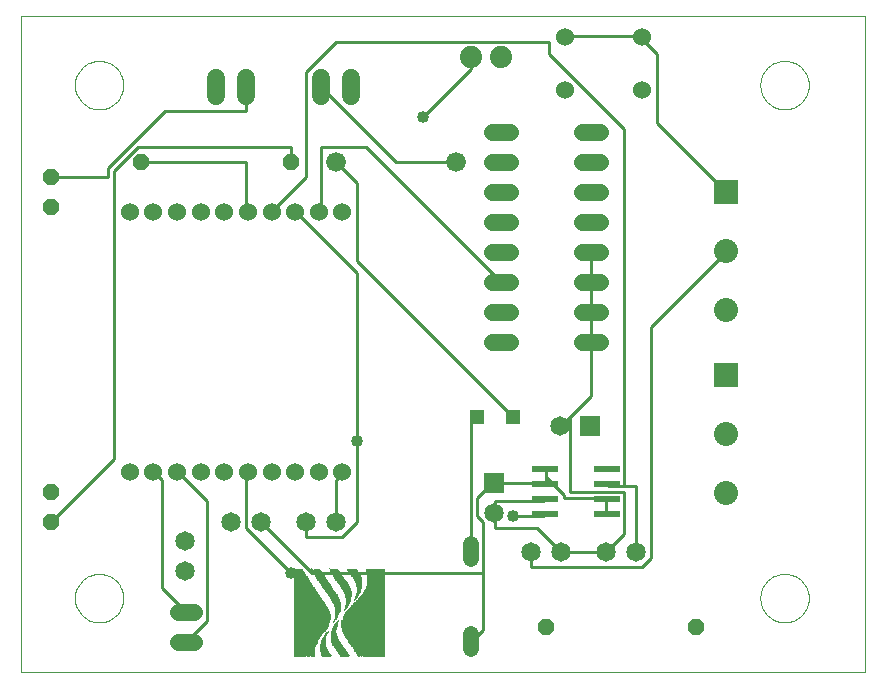
<source format=gtl>
G75*
G70*
%OFA0B0*%
%FSLAX24Y24*%
%IPPOS*%
%LPD*%
%AMOC8*
5,1,8,0,0,1.08239X$1,22.5*
%
%ADD10C,0.0000*%
%ADD11R,0.0020X0.2913*%
%ADD12R,0.0020X0.2402*%
%ADD13R,0.0020X0.0177*%
%ADD14R,0.0020X0.2362*%
%ADD15R,0.0020X0.0098*%
%ADD16R,0.0020X0.2303*%
%ADD17R,0.0020X0.0039*%
%ADD18R,0.0020X0.2264*%
%ADD19R,0.0020X0.2224*%
%ADD20R,0.0020X0.2185*%
%ADD21R,0.0020X0.2146*%
%ADD22R,0.0020X0.2106*%
%ADD23R,0.0020X0.2087*%
%ADD24R,0.0020X0.2067*%
%ADD25R,0.0020X0.0295*%
%ADD26R,0.0020X0.2047*%
%ADD27R,0.0020X0.0413*%
%ADD28R,0.0020X0.2028*%
%ADD29R,0.0020X0.0512*%
%ADD30R,0.0020X0.2008*%
%ADD31R,0.0020X0.0610*%
%ADD32R,0.0020X0.1969*%
%ADD33R,0.0020X0.0669*%
%ADD34R,0.0020X0.1949*%
%ADD35R,0.0020X0.0748*%
%ADD36R,0.0020X0.1929*%
%ADD37R,0.0020X0.0827*%
%ADD38R,0.0020X0.1890*%
%ADD39R,0.0020X0.0866*%
%ADD40R,0.0020X0.1831*%
%ADD41R,0.0020X0.0925*%
%ADD42R,0.0020X0.1791*%
%ADD43R,0.0020X0.0197*%
%ADD44R,0.0020X0.0591*%
%ADD45R,0.0020X0.1732*%
%ADD46R,0.0020X0.0138*%
%ADD47R,0.0020X0.1693*%
%ADD48R,0.0020X0.0118*%
%ADD49R,0.0020X0.0453*%
%ADD50R,0.0020X0.1634*%
%ADD51R,0.0020X0.0059*%
%ADD52R,0.0020X0.1594*%
%ADD53R,0.0020X0.0374*%
%ADD54R,0.0020X0.1535*%
%ADD55R,0.0020X0.0335*%
%ADD56R,0.0020X0.1496*%
%ADD57R,0.0020X0.1417*%
%ADD58R,0.0020X0.0276*%
%ADD59R,0.0020X0.1378*%
%ADD60R,0.0020X0.0236*%
%ADD61R,0.0020X0.1319*%
%ADD62R,0.0020X0.1280*%
%ADD63R,0.0020X0.0354*%
%ADD64R,0.0020X0.1220*%
%ADD65R,0.0020X0.0492*%
%ADD66R,0.0020X0.0020*%
%ADD67R,0.0020X0.1181*%
%ADD68R,0.0020X0.0571*%
%ADD69R,0.0020X0.1122*%
%ADD70R,0.0020X0.0650*%
%ADD71R,0.0020X0.0079*%
%ADD72R,0.0020X0.1083*%
%ADD73R,0.0020X0.0728*%
%ADD74R,0.0020X0.1024*%
%ADD75R,0.0020X0.0787*%
%ADD76R,0.0020X0.0984*%
%ADD77R,0.0020X0.0906*%
%ADD78R,0.0020X0.0157*%
%ADD79R,0.0020X0.0807*%
%ADD80R,0.0020X0.0531*%
%ADD81R,0.0020X0.0256*%
%ADD82R,0.0020X0.0472*%
%ADD83R,0.0020X0.0315*%
%ADD84R,0.0020X0.0394*%
%ADD85R,0.0020X0.0433*%
%ADD86R,0.0020X0.0551*%
%ADD87R,0.0020X0.0630*%
%ADD88R,0.0020X0.0709*%
%ADD89R,0.0020X0.0846*%
%ADD90R,0.0020X0.0886*%
%ADD91R,0.0020X0.0768*%
%ADD92R,0.0020X0.0217*%
%ADD93R,0.0020X0.0945*%
%ADD94R,0.0020X0.0689*%
%ADD95R,0.0020X0.1004*%
%ADD96R,0.0020X0.1043*%
%ADD97R,0.0020X0.1102*%
%ADD98R,0.0020X0.1161*%
%ADD99R,0.0020X0.1260*%
%ADD100R,0.0020X0.1437*%
%ADD101R,0.0020X0.1555*%
%ADD102R,0.0020X0.1713*%
%ADD103R,0.0020X0.1870*%
%ADD104R,0.0020X0.2323*%
%ADD105R,0.0020X0.2382*%
%ADD106R,0.0020X0.2421*%
%ADD107R,0.0020X0.2461*%
%ADD108R,0.0020X0.2480*%
%ADD109R,0.0020X0.2520*%
%ADD110R,0.0020X0.2559*%
%ADD111R,0.0020X0.2579*%
%ADD112R,0.0020X0.2618*%
%ADD113R,0.0020X0.2638*%
%ADD114R,0.0020X0.2677*%
%ADD115R,0.0020X0.2697*%
%ADD116R,0.0020X0.2736*%
%ADD117R,0.0020X0.2756*%
%ADD118R,0.0020X0.2795*%
%ADD119R,0.0020X0.2815*%
%ADD120R,0.0020X0.2854*%
%ADD121R,0.0020X0.2894*%
%ADD122C,0.0600*%
%ADD123R,0.0870X0.0240*%
%ADD124R,0.0650X0.0650*%
%ADD125C,0.0650*%
%ADD126C,0.0520*%
%ADD127C,0.0740*%
%ADD128OC8,0.0520*%
%ADD129OC8,0.0560*%
%ADD130C,0.0560*%
%ADD131R,0.0800X0.0800*%
%ADD132C,0.0800*%
%ADD133C,0.0660*%
%ADD134R,0.0515X0.0515*%
%ADD135C,0.0582*%
%ADD136C,0.0594*%
%ADD137C,0.0100*%
%ADD138C,0.0400*%
D10*
X000101Y000101D02*
X000101Y021947D01*
X028221Y021947D01*
X028221Y000101D01*
X000101Y000101D01*
X001894Y002551D02*
X001896Y002607D01*
X001902Y002663D01*
X001912Y002719D01*
X001925Y002773D01*
X001943Y002827D01*
X001964Y002879D01*
X001988Y002930D01*
X002017Y002979D01*
X002048Y003025D01*
X002083Y003070D01*
X002120Y003112D01*
X002161Y003151D01*
X002204Y003187D01*
X002250Y003220D01*
X002297Y003250D01*
X002347Y003276D01*
X002399Y003299D01*
X002452Y003319D01*
X002506Y003334D01*
X002561Y003346D01*
X002617Y003354D01*
X002673Y003358D01*
X002729Y003358D01*
X002785Y003354D01*
X002841Y003346D01*
X002896Y003334D01*
X002950Y003319D01*
X003003Y003299D01*
X003055Y003276D01*
X003104Y003250D01*
X003152Y003220D01*
X003198Y003187D01*
X003241Y003151D01*
X003282Y003112D01*
X003319Y003070D01*
X003354Y003025D01*
X003385Y002979D01*
X003414Y002930D01*
X003438Y002879D01*
X003459Y002827D01*
X003477Y002773D01*
X003490Y002719D01*
X003500Y002663D01*
X003506Y002607D01*
X003508Y002551D01*
X003506Y002495D01*
X003500Y002439D01*
X003490Y002383D01*
X003477Y002329D01*
X003459Y002275D01*
X003438Y002223D01*
X003414Y002172D01*
X003385Y002123D01*
X003354Y002077D01*
X003319Y002032D01*
X003282Y001990D01*
X003241Y001951D01*
X003198Y001915D01*
X003152Y001882D01*
X003105Y001852D01*
X003055Y001826D01*
X003003Y001803D01*
X002950Y001783D01*
X002896Y001768D01*
X002841Y001756D01*
X002785Y001748D01*
X002729Y001744D01*
X002673Y001744D01*
X002617Y001748D01*
X002561Y001756D01*
X002506Y001768D01*
X002452Y001783D01*
X002399Y001803D01*
X002347Y001826D01*
X002297Y001852D01*
X002250Y001882D01*
X002204Y001915D01*
X002161Y001951D01*
X002120Y001990D01*
X002083Y002032D01*
X002048Y002077D01*
X002017Y002123D01*
X001988Y002172D01*
X001964Y002223D01*
X001943Y002275D01*
X001925Y002329D01*
X001912Y002383D01*
X001902Y002439D01*
X001896Y002495D01*
X001894Y002551D01*
X001894Y019651D02*
X001896Y019707D01*
X001902Y019763D01*
X001912Y019819D01*
X001925Y019873D01*
X001943Y019927D01*
X001964Y019979D01*
X001988Y020030D01*
X002017Y020079D01*
X002048Y020125D01*
X002083Y020170D01*
X002120Y020212D01*
X002161Y020251D01*
X002204Y020287D01*
X002250Y020320D01*
X002297Y020350D01*
X002347Y020376D01*
X002399Y020399D01*
X002452Y020419D01*
X002506Y020434D01*
X002561Y020446D01*
X002617Y020454D01*
X002673Y020458D01*
X002729Y020458D01*
X002785Y020454D01*
X002841Y020446D01*
X002896Y020434D01*
X002950Y020419D01*
X003003Y020399D01*
X003055Y020376D01*
X003104Y020350D01*
X003152Y020320D01*
X003198Y020287D01*
X003241Y020251D01*
X003282Y020212D01*
X003319Y020170D01*
X003354Y020125D01*
X003385Y020079D01*
X003414Y020030D01*
X003438Y019979D01*
X003459Y019927D01*
X003477Y019873D01*
X003490Y019819D01*
X003500Y019763D01*
X003506Y019707D01*
X003508Y019651D01*
X003506Y019595D01*
X003500Y019539D01*
X003490Y019483D01*
X003477Y019429D01*
X003459Y019375D01*
X003438Y019323D01*
X003414Y019272D01*
X003385Y019223D01*
X003354Y019177D01*
X003319Y019132D01*
X003282Y019090D01*
X003241Y019051D01*
X003198Y019015D01*
X003152Y018982D01*
X003105Y018952D01*
X003055Y018926D01*
X003003Y018903D01*
X002950Y018883D01*
X002896Y018868D01*
X002841Y018856D01*
X002785Y018848D01*
X002729Y018844D01*
X002673Y018844D01*
X002617Y018848D01*
X002561Y018856D01*
X002506Y018868D01*
X002452Y018883D01*
X002399Y018903D01*
X002347Y018926D01*
X002297Y018952D01*
X002250Y018982D01*
X002204Y019015D01*
X002161Y019051D01*
X002120Y019090D01*
X002083Y019132D01*
X002048Y019177D01*
X002017Y019223D01*
X001988Y019272D01*
X001964Y019323D01*
X001943Y019375D01*
X001925Y019429D01*
X001912Y019483D01*
X001902Y019539D01*
X001896Y019595D01*
X001894Y019651D01*
X024744Y019651D02*
X024746Y019707D01*
X024752Y019763D01*
X024762Y019819D01*
X024775Y019873D01*
X024793Y019927D01*
X024814Y019979D01*
X024838Y020030D01*
X024867Y020079D01*
X024898Y020125D01*
X024933Y020170D01*
X024970Y020212D01*
X025011Y020251D01*
X025054Y020287D01*
X025100Y020320D01*
X025147Y020350D01*
X025197Y020376D01*
X025249Y020399D01*
X025302Y020419D01*
X025356Y020434D01*
X025411Y020446D01*
X025467Y020454D01*
X025523Y020458D01*
X025579Y020458D01*
X025635Y020454D01*
X025691Y020446D01*
X025746Y020434D01*
X025800Y020419D01*
X025853Y020399D01*
X025905Y020376D01*
X025954Y020350D01*
X026002Y020320D01*
X026048Y020287D01*
X026091Y020251D01*
X026132Y020212D01*
X026169Y020170D01*
X026204Y020125D01*
X026235Y020079D01*
X026264Y020030D01*
X026288Y019979D01*
X026309Y019927D01*
X026327Y019873D01*
X026340Y019819D01*
X026350Y019763D01*
X026356Y019707D01*
X026358Y019651D01*
X026356Y019595D01*
X026350Y019539D01*
X026340Y019483D01*
X026327Y019429D01*
X026309Y019375D01*
X026288Y019323D01*
X026264Y019272D01*
X026235Y019223D01*
X026204Y019177D01*
X026169Y019132D01*
X026132Y019090D01*
X026091Y019051D01*
X026048Y019015D01*
X026002Y018982D01*
X025955Y018952D01*
X025905Y018926D01*
X025853Y018903D01*
X025800Y018883D01*
X025746Y018868D01*
X025691Y018856D01*
X025635Y018848D01*
X025579Y018844D01*
X025523Y018844D01*
X025467Y018848D01*
X025411Y018856D01*
X025356Y018868D01*
X025302Y018883D01*
X025249Y018903D01*
X025197Y018926D01*
X025147Y018952D01*
X025100Y018982D01*
X025054Y019015D01*
X025011Y019051D01*
X024970Y019090D01*
X024933Y019132D01*
X024898Y019177D01*
X024867Y019223D01*
X024838Y019272D01*
X024814Y019323D01*
X024793Y019375D01*
X024775Y019429D01*
X024762Y019483D01*
X024752Y019539D01*
X024746Y019595D01*
X024744Y019651D01*
X024744Y002551D02*
X024746Y002607D01*
X024752Y002663D01*
X024762Y002719D01*
X024775Y002773D01*
X024793Y002827D01*
X024814Y002879D01*
X024838Y002930D01*
X024867Y002979D01*
X024898Y003025D01*
X024933Y003070D01*
X024970Y003112D01*
X025011Y003151D01*
X025054Y003187D01*
X025100Y003220D01*
X025147Y003250D01*
X025197Y003276D01*
X025249Y003299D01*
X025302Y003319D01*
X025356Y003334D01*
X025411Y003346D01*
X025467Y003354D01*
X025523Y003358D01*
X025579Y003358D01*
X025635Y003354D01*
X025691Y003346D01*
X025746Y003334D01*
X025800Y003319D01*
X025853Y003299D01*
X025905Y003276D01*
X025954Y003250D01*
X026002Y003220D01*
X026048Y003187D01*
X026091Y003151D01*
X026132Y003112D01*
X026169Y003070D01*
X026204Y003025D01*
X026235Y002979D01*
X026264Y002930D01*
X026288Y002879D01*
X026309Y002827D01*
X026327Y002773D01*
X026340Y002719D01*
X026350Y002663D01*
X026356Y002607D01*
X026358Y002551D01*
X026356Y002495D01*
X026350Y002439D01*
X026340Y002383D01*
X026327Y002329D01*
X026309Y002275D01*
X026288Y002223D01*
X026264Y002172D01*
X026235Y002123D01*
X026204Y002077D01*
X026169Y002032D01*
X026132Y001990D01*
X026091Y001951D01*
X026048Y001915D01*
X026002Y001882D01*
X025955Y001852D01*
X025905Y001826D01*
X025853Y001803D01*
X025800Y001783D01*
X025746Y001768D01*
X025691Y001756D01*
X025635Y001748D01*
X025579Y001744D01*
X025523Y001744D01*
X025467Y001748D01*
X025411Y001756D01*
X025356Y001768D01*
X025302Y001783D01*
X025249Y001803D01*
X025197Y001826D01*
X025147Y001852D01*
X025100Y001882D01*
X025054Y001915D01*
X025011Y001951D01*
X024970Y001990D01*
X024933Y002032D01*
X024898Y002077D01*
X024867Y002123D01*
X024838Y002172D01*
X024814Y002223D01*
X024793Y002275D01*
X024775Y002329D01*
X024762Y002383D01*
X024752Y002439D01*
X024746Y002495D01*
X024744Y002551D01*
D11*
X012227Y002059D03*
X012207Y002059D03*
X012187Y002059D03*
X012168Y002059D03*
X012148Y002059D03*
X012128Y002059D03*
X012109Y002059D03*
X012089Y002059D03*
X012069Y002059D03*
X012050Y002059D03*
X012030Y002059D03*
X012010Y002059D03*
X011991Y002059D03*
X011971Y002059D03*
X011951Y002059D03*
X011931Y002059D03*
X011912Y002059D03*
X011892Y002059D03*
X011872Y002059D03*
X011853Y002059D03*
X011833Y002059D03*
X011813Y002059D03*
X011794Y002059D03*
X011774Y002059D03*
X011754Y002059D03*
X011735Y002059D03*
X011715Y002059D03*
X011695Y002059D03*
X011676Y002059D03*
X009491Y002059D03*
X009471Y002059D03*
X009451Y002059D03*
X009431Y002059D03*
X009412Y002059D03*
X009392Y002059D03*
X009372Y002059D03*
X009353Y002059D03*
X009333Y002059D03*
X009313Y002059D03*
X009294Y002059D03*
X009274Y002059D03*
X009254Y002059D03*
X009235Y002059D03*
D12*
X011656Y001804D03*
D13*
X010652Y001695D03*
X010455Y001282D03*
X010357Y000691D03*
X010967Y000691D03*
X011124Y002680D03*
X011085Y003428D03*
X011656Y003428D03*
X010494Y003428D03*
X009884Y003428D03*
D14*
X009845Y001784D03*
X011636Y001784D03*
D15*
X010672Y001754D03*
X010317Y001380D03*
X010435Y003467D03*
X009825Y003467D03*
X011046Y003467D03*
X011636Y003467D03*
D16*
X011617Y001754D03*
X009884Y001754D03*
D17*
X010357Y001430D03*
X010534Y001764D03*
X010711Y001804D03*
X010888Y002138D03*
X011006Y003496D03*
X011617Y003496D03*
D18*
X011597Y001735D03*
X009904Y001735D03*
D19*
X011577Y001715D03*
D20*
X011557Y001695D03*
D21*
X011538Y001676D03*
D22*
X011518Y001656D03*
D23*
X011498Y001646D03*
D24*
X011479Y001636D03*
D25*
X011479Y003034D03*
X011183Y003369D03*
D26*
X011459Y001626D03*
D27*
X010829Y001636D03*
X010396Y001912D03*
X010278Y000809D03*
X011459Y003054D03*
X011243Y003309D03*
X010652Y003309D03*
X010042Y003309D03*
D28*
X011439Y001617D03*
D29*
X010849Y001646D03*
X010376Y001902D03*
X010573Y002512D03*
X011439Y003044D03*
X011282Y003260D03*
X010652Y001036D03*
X010140Y000878D03*
D30*
X011420Y001607D03*
D31*
X011420Y003034D03*
D32*
X011400Y001587D03*
D33*
X010888Y001646D03*
X010534Y001272D03*
X010199Y000937D03*
X010337Y001902D03*
X011400Y003024D03*
D34*
X009924Y001872D03*
X011380Y001577D03*
D35*
X010908Y001646D03*
X010317Y001902D03*
X011380Y003024D03*
D36*
X011361Y001567D03*
D37*
X011361Y003024D03*
D38*
X011341Y001567D03*
D39*
X010947Y001646D03*
X010987Y002650D03*
X011341Y003024D03*
D40*
X011321Y001577D03*
D41*
X010967Y001656D03*
X011321Y003034D03*
D42*
X009963Y001892D03*
X011302Y001577D03*
D43*
X010770Y002256D03*
X011302Y002630D03*
X011124Y003418D03*
X011105Y003418D03*
X010514Y003418D03*
X010278Y001292D03*
X010337Y000701D03*
X010947Y000701D03*
D44*
X010632Y001095D03*
X010160Y000898D03*
X010869Y001646D03*
X010357Y001902D03*
X010947Y002847D03*
X011302Y003221D03*
D45*
X011282Y001587D03*
D46*
X010298Y001341D03*
X010376Y000672D03*
X010987Y000672D03*
X011282Y002601D03*
X011065Y003447D03*
X010475Y003447D03*
D47*
X011262Y001587D03*
D48*
X011262Y002552D03*
X010455Y003457D03*
X009845Y003457D03*
X010396Y000662D03*
X011006Y000662D03*
D49*
X010770Y000829D03*
X010731Y000888D03*
X010672Y003290D03*
X011262Y003290D03*
X010061Y003290D03*
D50*
X010002Y001912D03*
X011243Y001597D03*
D51*
X010691Y001774D03*
X010554Y001794D03*
X010908Y002168D03*
X011243Y002502D03*
X010416Y003487D03*
X009806Y003487D03*
X010337Y001400D03*
X010435Y000632D03*
X011046Y000632D03*
D52*
X011223Y001597D03*
D53*
X010829Y000790D03*
X010613Y003329D03*
X011223Y003329D03*
X010002Y003329D03*
D54*
X011203Y001607D03*
D55*
X010849Y000770D03*
X010593Y003349D03*
X011203Y003349D03*
X009983Y003349D03*
D56*
X010042Y001922D03*
X011183Y001607D03*
D57*
X011164Y001607D03*
D58*
X010888Y000741D03*
X010101Y000878D03*
X009943Y003378D03*
X010554Y003378D03*
X011164Y003378D03*
D59*
X010081Y001922D03*
X011144Y001607D03*
D60*
X010928Y000721D03*
X011144Y003398D03*
X010534Y003398D03*
D61*
X010101Y001912D03*
X011124Y001617D03*
D62*
X011105Y001617D03*
D63*
X010750Y002256D03*
X011105Y002650D03*
D64*
X011085Y001626D03*
X010140Y001922D03*
D65*
X010554Y002561D03*
X010475Y002699D03*
X010435Y002758D03*
X010416Y002778D03*
X010219Y003073D03*
X010180Y003132D03*
X010140Y003191D03*
X010120Y003231D03*
X010101Y003270D03*
X010691Y003270D03*
X010711Y003250D03*
X010731Y003211D03*
X010750Y003191D03*
X010869Y002994D03*
X010908Y002935D03*
X011085Y002640D03*
X010672Y000987D03*
D66*
X010455Y000613D03*
X011065Y000613D03*
X010396Y003506D03*
X009786Y003506D03*
D67*
X011065Y001626D03*
D68*
X010514Y001262D03*
X010593Y002463D03*
X011065Y002640D03*
D69*
X011046Y001636D03*
D70*
X011046Y002640D03*
D71*
X010928Y002197D03*
X010573Y001823D03*
X010416Y000642D03*
X011026Y000642D03*
X011026Y003477D03*
D72*
X011026Y001636D03*
D73*
X010554Y001282D03*
X010239Y000967D03*
X011026Y002640D03*
D74*
X011006Y001646D03*
D75*
X010298Y001902D03*
X010652Y002276D03*
X011006Y002650D03*
D76*
X010987Y001646D03*
D77*
X010258Y001902D03*
X010613Y002276D03*
X010967Y002650D03*
D78*
X010947Y002256D03*
X010593Y001882D03*
X009865Y003437D03*
D79*
X010928Y001656D03*
D80*
X010928Y002896D03*
D81*
X009924Y003388D03*
X010632Y001617D03*
X010809Y001676D03*
X010908Y000731D03*
X010317Y000731D03*
D82*
X010711Y000918D03*
X010691Y000957D03*
X010750Y000859D03*
X010494Y001252D03*
X010731Y002276D03*
X010534Y002591D03*
X010514Y002630D03*
X010494Y002670D03*
X010455Y002729D03*
X010396Y002807D03*
X010376Y002847D03*
X010357Y002867D03*
X010337Y002906D03*
X010317Y002926D03*
X010298Y002965D03*
X010278Y002985D03*
X010258Y003024D03*
X010239Y003044D03*
X010199Y003103D03*
X010160Y003162D03*
X010081Y003280D03*
X010770Y003162D03*
X010790Y003142D03*
X010809Y003103D03*
X010829Y003063D03*
X010849Y003024D03*
X010888Y002965D03*
D83*
X010573Y003359D03*
X009963Y003359D03*
X010298Y000760D03*
X010869Y000760D03*
D84*
X010809Y000800D03*
X010475Y001252D03*
X010120Y000878D03*
X010022Y003319D03*
X010632Y003319D03*
D85*
X010790Y000819D03*
D86*
X010711Y002276D03*
D87*
X010691Y002276D03*
X010180Y000918D03*
D88*
X010672Y002276D03*
D89*
X010632Y002266D03*
X010278Y001892D03*
X010593Y001282D03*
D90*
X010613Y001282D03*
D91*
X010573Y001282D03*
X010258Y000987D03*
D92*
X010416Y001931D03*
X009904Y003408D03*
D93*
X010239Y001902D03*
D94*
X010219Y000947D03*
D95*
X010219Y001912D03*
D96*
X010199Y001912D03*
D97*
X010180Y001922D03*
D98*
X010160Y001912D03*
D99*
X010120Y001922D03*
D100*
X010061Y001912D03*
D101*
X010022Y001912D03*
D102*
X009983Y001892D03*
D103*
X009943Y001872D03*
D104*
X009865Y001764D03*
D105*
X009825Y001794D03*
D106*
X009806Y001813D03*
D107*
X009786Y001833D03*
D108*
X009766Y001843D03*
D109*
X009746Y001863D03*
D110*
X009727Y001882D03*
D111*
X009707Y001892D03*
D112*
X009687Y001912D03*
D113*
X009668Y001922D03*
D114*
X009648Y001941D03*
D115*
X009628Y001951D03*
D116*
X009609Y001971D03*
D117*
X009589Y001981D03*
D118*
X009569Y002000D03*
D119*
X009550Y002010D03*
D120*
X009530Y002030D03*
D121*
X009510Y002050D03*
D122*
X009239Y006770D03*
X010026Y006770D03*
X010813Y006770D03*
X008451Y006770D03*
X007664Y006770D03*
X006876Y006770D03*
X006089Y006770D03*
X005302Y006770D03*
X004514Y006770D03*
X003727Y006770D03*
X003727Y015431D03*
X004514Y015431D03*
X005302Y015431D03*
X006089Y015431D03*
X006876Y015431D03*
X007664Y015431D03*
X008451Y015431D03*
X009239Y015431D03*
X010026Y015431D03*
X010813Y015431D03*
X018222Y019475D03*
X018222Y021255D03*
X020782Y021255D03*
X020782Y019475D03*
D123*
X019631Y006851D03*
X019631Y006351D03*
X019631Y005851D03*
X019631Y005351D03*
X017571Y005351D03*
X017571Y005851D03*
X017571Y006351D03*
X017571Y006851D03*
D124*
X019051Y008301D03*
X015851Y006401D03*
D125*
X015851Y005401D03*
X017101Y004101D03*
X018101Y004101D03*
X019601Y004101D03*
X020601Y004101D03*
X018051Y008301D03*
X010601Y005101D03*
X009601Y005101D03*
X008101Y005101D03*
X007101Y005101D03*
X005551Y004451D03*
X005551Y003451D03*
D126*
X015101Y003841D02*
X015101Y004361D01*
X015101Y001361D02*
X015101Y000841D01*
D127*
X015101Y020601D03*
X016101Y020601D03*
D128*
X001101Y016601D03*
X001101Y015601D03*
X001101Y006101D03*
X001101Y005101D03*
D129*
X004101Y017101D03*
X009101Y017101D03*
X017601Y001601D03*
X022601Y001601D03*
D130*
X005881Y001101D02*
X005321Y001101D01*
X005321Y002101D02*
X005881Y002101D01*
D131*
X023601Y010001D03*
X023601Y016101D03*
D132*
X023601Y014132D03*
X023601Y012164D03*
X023601Y008032D03*
X023601Y006064D03*
D133*
X014601Y017101D03*
X010601Y017101D03*
D134*
X015301Y008601D03*
X016501Y008601D03*
D135*
X016392Y011101D02*
X015810Y011101D01*
X015810Y012101D02*
X016392Y012101D01*
X016392Y013101D02*
X015810Y013101D01*
X015810Y014101D02*
X016392Y014101D01*
X016392Y015101D02*
X015810Y015101D01*
X015810Y016101D02*
X016392Y016101D01*
X016392Y017101D02*
X015810Y017101D01*
X015810Y018101D02*
X016392Y018101D01*
X018810Y018101D02*
X019392Y018101D01*
X019392Y017101D02*
X018810Y017101D01*
X018810Y016101D02*
X019392Y016101D01*
X019392Y015101D02*
X018810Y015101D01*
X018810Y014101D02*
X019392Y014101D01*
X019392Y013101D02*
X018810Y013101D01*
X018810Y012101D02*
X019392Y012101D01*
X019392Y011101D02*
X018810Y011101D01*
D136*
X011101Y019304D02*
X011101Y019898D01*
X010101Y019898D02*
X010101Y019304D01*
X007601Y019304D02*
X007601Y019898D01*
X006601Y019898D02*
X006601Y019304D01*
D137*
X007601Y019601D02*
X007601Y018801D01*
X004901Y018801D01*
X003001Y016901D01*
X003001Y016601D01*
X001101Y016601D01*
X003201Y016801D02*
X004001Y017601D01*
X009101Y017601D01*
X009101Y017101D01*
X009601Y016601D02*
X009601Y020101D01*
X010601Y021101D01*
X017701Y021101D01*
X017701Y020701D01*
X020201Y018201D01*
X020201Y006301D01*
X019701Y006301D01*
X019631Y006351D01*
X019601Y005901D02*
X019631Y005851D01*
X019601Y005801D01*
X019601Y005401D01*
X019631Y005351D01*
X019601Y005901D02*
X018201Y005901D01*
X018201Y006001D01*
X017601Y006601D01*
X017601Y006401D01*
X017571Y006351D01*
X017501Y006401D01*
X015851Y006401D01*
X015801Y006401D01*
X015301Y005901D01*
X015301Y005301D01*
X015501Y005101D01*
X015501Y003401D01*
X009801Y003401D01*
X008101Y005101D01*
X007601Y004901D02*
X007601Y006701D01*
X007664Y006770D01*
X006301Y005801D02*
X005401Y006701D01*
X005302Y006770D01*
X004801Y006501D02*
X004601Y006701D01*
X004514Y006770D01*
X004801Y006501D02*
X004801Y002901D01*
X005601Y002101D01*
X006301Y001801D02*
X006301Y005801D01*
X007601Y004901D02*
X009101Y003401D01*
X009601Y004601D02*
X009601Y005101D01*
X009601Y004601D02*
X010801Y004601D01*
X011301Y005101D01*
X011301Y007801D01*
X011301Y013401D01*
X009301Y015401D01*
X009239Y015431D01*
X008501Y015501D02*
X008451Y015431D01*
X008501Y015501D02*
X009601Y016601D01*
X010101Y017601D02*
X010101Y015501D01*
X010026Y015431D01*
X011301Y016401D02*
X010601Y017101D01*
X010101Y017601D02*
X011601Y017601D01*
X016101Y013101D01*
X019101Y013101D02*
X019101Y012101D01*
X019101Y011101D01*
X019101Y009301D01*
X018401Y008601D01*
X018401Y006101D01*
X020201Y006101D01*
X020201Y004701D01*
X019601Y004101D01*
X018101Y004101D01*
X017301Y004901D01*
X015901Y004901D01*
X015901Y005401D01*
X015851Y005401D01*
X015901Y005401D02*
X015901Y005801D01*
X017501Y005801D01*
X017571Y005851D01*
X017571Y005351D02*
X017501Y005301D01*
X016501Y005301D01*
X017101Y004101D02*
X017101Y003601D01*
X020801Y003601D01*
X021101Y003901D01*
X021101Y011601D01*
X023601Y014101D01*
X023601Y014132D01*
X023601Y016101D02*
X021301Y018401D01*
X021301Y020701D01*
X020801Y021201D01*
X020782Y021255D01*
X020701Y021301D01*
X018301Y021301D01*
X018222Y021255D01*
X015101Y020601D02*
X015101Y020201D01*
X013501Y018601D01*
X012601Y017101D02*
X014601Y017101D01*
X012601Y017101D02*
X010101Y019601D01*
X007601Y017101D02*
X007601Y015501D01*
X007664Y015431D01*
X007601Y017101D02*
X004101Y017101D01*
X003201Y016801D02*
X003201Y007201D01*
X001101Y005101D01*
X005601Y001101D02*
X006301Y001801D01*
X010601Y005101D02*
X010601Y006501D01*
X010801Y006701D01*
X010813Y006770D01*
X015101Y008401D02*
X015101Y004101D01*
X015501Y003401D02*
X015501Y001501D01*
X015101Y001101D01*
X020601Y004101D02*
X020601Y006301D01*
X020201Y006301D01*
X017601Y006601D02*
X017601Y006801D01*
X017571Y006851D01*
X018051Y008301D02*
X018101Y008301D01*
X018401Y008601D01*
X016501Y008601D02*
X011301Y013801D01*
X011301Y016401D01*
X019101Y014101D02*
X019101Y013101D01*
X015301Y008601D02*
X015101Y008401D01*
D138*
X011301Y007801D03*
X016501Y005301D03*
X009101Y003401D03*
X013501Y018601D03*
M02*

</source>
